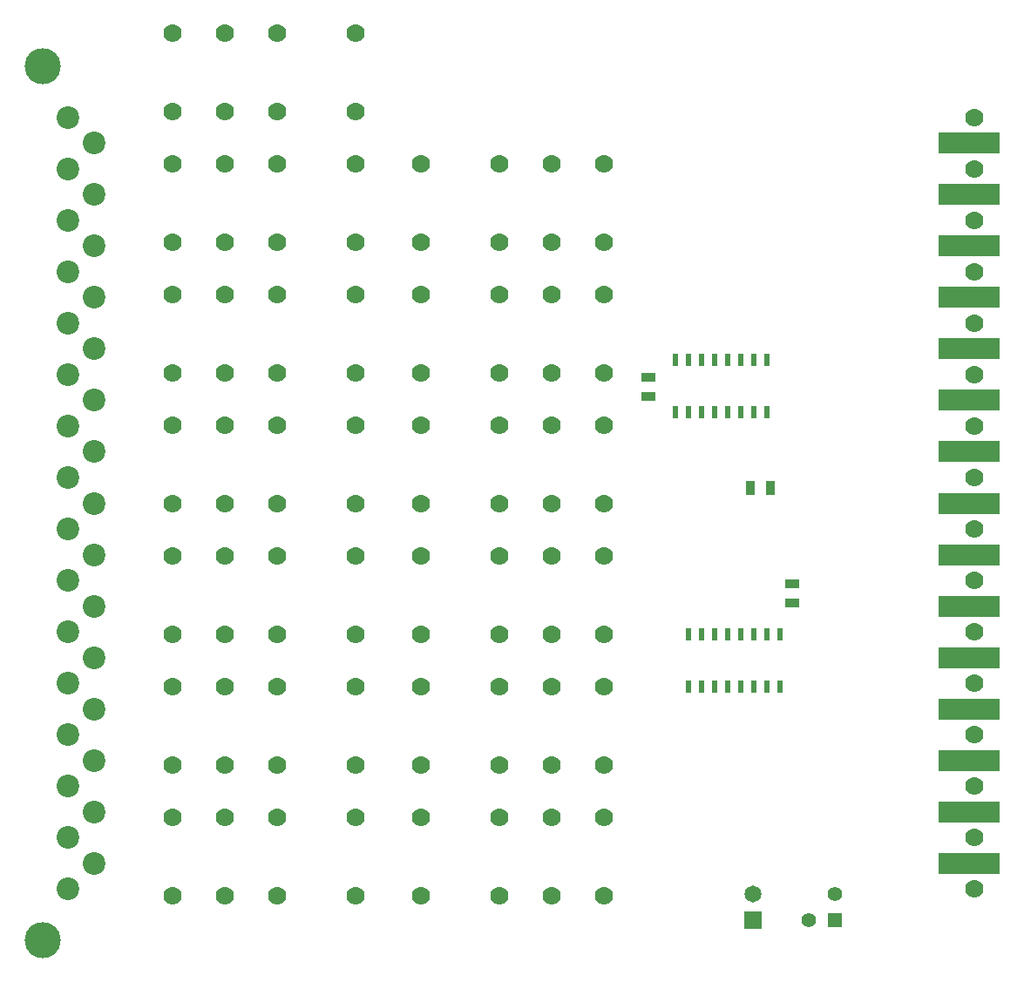
<source format=gts>
G04 #@! TF.GenerationSoftware,KiCad,Pcbnew,(6.0.7)*
G04 #@! TF.CreationDate,2024-05-12T15:56:34+02:00*
G04 #@! TF.ProjectId,sbk6ac,73626b36-6163-42e6-9b69-6361645f7063,0432 -*
G04 #@! TF.SameCoordinates,Original*
G04 #@! TF.FileFunction,Soldermask,Top*
G04 #@! TF.FilePolarity,Negative*
%FSLAX46Y46*%
G04 Gerber Fmt 4.6, Leading zero omitted, Abs format (unit mm)*
G04 Created by KiCad (PCBNEW (6.0.7)) date 2024-05-12 15:56:34*
%MOMM*%
%LPD*%
G01*
G04 APERTURE LIST*
%ADD10C,1.778000*%
%ADD11C,2.199640*%
%ADD12C,3.500120*%
%ADD13R,5.999480X1.998980*%
%ADD14R,1.397000X1.397000*%
%ADD15C,1.397000*%
%ADD16R,1.651000X1.651000*%
%ADD17C,1.651000*%
%ADD18R,1.397000X0.889000*%
%ADD19R,0.889000X1.397000*%
%ADD20R,0.508000X1.143000*%
G04 APERTURE END LIST*
D10*
X107950000Y-139700000D03*
X107950000Y-132080000D03*
X115570000Y-139700000D03*
X120650000Y-139700000D03*
X125730000Y-139700000D03*
X115570000Y-132080000D03*
X120650000Y-132080000D03*
X125730000Y-132080000D03*
X101600000Y-132080000D03*
X101600000Y-139700000D03*
X93980000Y-132080000D03*
X88900000Y-132080000D03*
X83820000Y-132080000D03*
X93980000Y-139700000D03*
X88900000Y-139700000D03*
X83820000Y-139700000D03*
D11*
X73698100Y-139100560D03*
X76200000Y-136601200D03*
X73698100Y-134099300D03*
X76200000Y-131599940D03*
X73698100Y-129100580D03*
X76200000Y-126601220D03*
X73698100Y-124099320D03*
X76200000Y-121599960D03*
X73698100Y-119100600D03*
X76200000Y-116601240D03*
X73698100Y-114099340D03*
X76200000Y-111599980D03*
X73698100Y-109100620D03*
X76200000Y-106601260D03*
X73698100Y-104099360D03*
X76200000Y-101600000D03*
X73698100Y-99100640D03*
X76200000Y-96601280D03*
X73698100Y-94099380D03*
X76200000Y-91600020D03*
X73698100Y-89100660D03*
X76200000Y-86601300D03*
X73698100Y-84099400D03*
X76200000Y-81600040D03*
X73698100Y-79100680D03*
X76200000Y-76601320D03*
X73698100Y-74099420D03*
X76200000Y-71600060D03*
X73698100Y-69100700D03*
X76200000Y-66601340D03*
X73700640Y-64099440D03*
D12*
X71198740Y-59100720D03*
X71198740Y-144101820D03*
D10*
X161719260Y-139100560D03*
D13*
X161218880Y-136601200D03*
D10*
X161719260Y-134099300D03*
D13*
X161218880Y-131599940D03*
D10*
X161719260Y-129100580D03*
D13*
X161218880Y-126601220D03*
D10*
X161719260Y-124099320D03*
D13*
X161218880Y-121599960D03*
D10*
X161719260Y-119100600D03*
D13*
X161218880Y-116601240D03*
D10*
X161719260Y-114099340D03*
D13*
X161218880Y-111599980D03*
D10*
X161719260Y-109100620D03*
D13*
X161218880Y-106601260D03*
D10*
X161719260Y-104099360D03*
D13*
X161218880Y-101600000D03*
D10*
X161719260Y-99100640D03*
D13*
X161218880Y-96601280D03*
D10*
X161719260Y-94099380D03*
D13*
X161218880Y-91600020D03*
D10*
X161719260Y-89100660D03*
D13*
X161218880Y-86601300D03*
D10*
X161719260Y-84099400D03*
D13*
X161218880Y-81600040D03*
D10*
X161719260Y-79100680D03*
D13*
X161218880Y-76601320D03*
D10*
X161719260Y-74099420D03*
D13*
X161218880Y-71600060D03*
D10*
X161719260Y-69100700D03*
D13*
X161218880Y-66601340D03*
D10*
X161719260Y-64099440D03*
X107950000Y-127000000D03*
X107950000Y-119380000D03*
X115570000Y-127000000D03*
X120650000Y-127000000D03*
X125730000Y-127000000D03*
X115570000Y-119380000D03*
X120650000Y-119380000D03*
X125730000Y-119380000D03*
X101600000Y-119380000D03*
X101600000Y-127000000D03*
X93980000Y-119380000D03*
X88900000Y-119380000D03*
X83820000Y-119380000D03*
X93980000Y-127000000D03*
X88900000Y-127000000D03*
X83820000Y-127000000D03*
X107950000Y-114300000D03*
X107950000Y-106680000D03*
X115570000Y-114300000D03*
X120650000Y-114300000D03*
X125730000Y-114300000D03*
X115570000Y-106680000D03*
X120650000Y-106680000D03*
X125730000Y-106680000D03*
X101600000Y-106680000D03*
X101600000Y-114300000D03*
X93980000Y-106680000D03*
X88900000Y-106680000D03*
X83820000Y-106680000D03*
X93980000Y-114300000D03*
X88900000Y-114300000D03*
X83820000Y-114300000D03*
X107950000Y-101600000D03*
X107950000Y-93980000D03*
X115570000Y-101600000D03*
X120650000Y-101600000D03*
X125730000Y-101600000D03*
X115570000Y-93980000D03*
X120650000Y-93980000D03*
X125730000Y-93980000D03*
X101600000Y-93980000D03*
X101600000Y-101600000D03*
X93980000Y-93980000D03*
X88900000Y-93980000D03*
X83820000Y-93980000D03*
X93980000Y-101600000D03*
X88900000Y-101600000D03*
X83820000Y-101600000D03*
X107950000Y-88900000D03*
X107950000Y-81280000D03*
X115570000Y-88900000D03*
X120650000Y-88900000D03*
X125730000Y-88900000D03*
X115570000Y-81280000D03*
X120650000Y-81280000D03*
X125730000Y-81280000D03*
X101600000Y-68580000D03*
X101600000Y-76200000D03*
X93980000Y-68580000D03*
X88900000Y-68580000D03*
X83820000Y-68580000D03*
X93980000Y-76200000D03*
X88900000Y-76200000D03*
X83820000Y-76200000D03*
X107950000Y-76200000D03*
X107950000Y-68580000D03*
X115570000Y-76200000D03*
X120650000Y-76200000D03*
X125730000Y-76200000D03*
X115570000Y-68580000D03*
X120650000Y-68580000D03*
X125730000Y-68580000D03*
X101600000Y-81280000D03*
X101600000Y-88900000D03*
X93980000Y-81280000D03*
X88900000Y-81280000D03*
X83820000Y-81280000D03*
X93980000Y-88900000D03*
X88900000Y-88900000D03*
X83820000Y-88900000D03*
X101600000Y-55880000D03*
X101600000Y-63500000D03*
X93980000Y-55880000D03*
X88900000Y-55880000D03*
X83820000Y-55880000D03*
X93980000Y-63500000D03*
X88900000Y-63500000D03*
X83820000Y-63500000D03*
D14*
X148209000Y-142113000D03*
D15*
X145669000Y-142113000D03*
X148209000Y-139573000D03*
D16*
X140208000Y-142113000D03*
D17*
X140208000Y-139573000D03*
D18*
X130048000Y-91249500D03*
X130048000Y-89344500D03*
X144018000Y-111315500D03*
X144018000Y-109410500D03*
D19*
X140017500Y-100076000D03*
X141922500Y-100076000D03*
D20*
X132715000Y-92710000D03*
X133985000Y-92710000D03*
X135255000Y-92710000D03*
X136525000Y-92710000D03*
X137795000Y-92710000D03*
X139065000Y-92710000D03*
X140335000Y-92710000D03*
X141605000Y-92710000D03*
X141605000Y-87630000D03*
X140335000Y-87630000D03*
X139065000Y-87630000D03*
X137795000Y-87630000D03*
X136525000Y-87630000D03*
X135255000Y-87630000D03*
X133985000Y-87630000D03*
X132715000Y-87630000D03*
X142875000Y-114300000D03*
X141605000Y-114300000D03*
X140335000Y-114300000D03*
X139065000Y-114300000D03*
X137795000Y-114300000D03*
X136525000Y-114300000D03*
X135255000Y-114300000D03*
X133985000Y-114300000D03*
X133985000Y-119380000D03*
X135255000Y-119380000D03*
X136525000Y-119380000D03*
X137795000Y-119380000D03*
X139065000Y-119380000D03*
X140335000Y-119380000D03*
X141605000Y-119380000D03*
X142875000Y-119380000D03*
M02*

</source>
